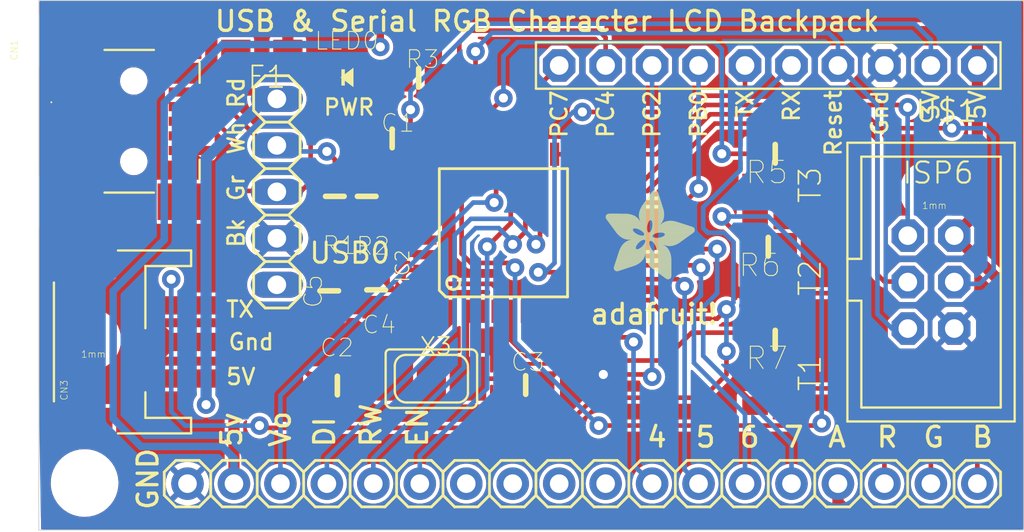
<source format=kicad_pcb>
(kicad_pcb (version 20221018) (generator pcbnew)
  (layers (0 "F.Cu" signal) (1 "In1.Cu" signal) (2 "In2.Cu" signal) (3 "In3.Cu" signal) (4 "In4.Cu" signal) (5 "In5.Cu" signal) (6 "In6.Cu" signal) (7 "In7.Cu" signal) (8 "In8.Cu" signal) (9 "In9.Cu" signal) (10 "In10.Cu" signal) (11 "In11.Cu" signal) (12 "In12.Cu" signal) (13 "In13.Cu" signal) (14 "In14.Cu" signal) (31 "B.Cu" signal) (34 "B.Paste" user) (35 "F.Paste" user) (36 "B.SilkS" user "B.Silkscreen") (37 "F.SilkS" user "F.Silkscreen") (38 "B.Mask" user) (39 "F.Mask" user) (44 "Edge.Cuts" user))
  (net 0 "")
  (net 1 "GND")
  (net 2 "N$3")
  (net 3 "N$4")
  (net 4 "+5V")
  (net 5 "MOSI")
  (net 6 "MISO")
  (net 7 "SCK")
  (net 8 "RST")
  (net 9 "N$9")
  (net 10 "N$8")
  (net 11 "+3V3")
  (net 12 "N$1")
  (net 13 "D-")
  (net 14 "D+")
  (net 15 "DB7")
  (net 16 "DB6")
  (net 17 "DB5")
  (net 18 "DB4")
  (net 19 "RW")
  (net 20 "RX")
  (net 21 "TX")
  (net 22 "N$5")
  (net 23 "N$7")
  (net 24 "N$10")
  (net 25 "RS")
  (net 26 "EN")
  (net 27 "RED")
  (net 28 "CONTRAST")
  (net 29 "PB0")
  (net 30 "PC2")
  (net 31 "PC4")
  (net 32 "PC7")
  (net 33 "N$2")
  (net 34 "N$6")
  (net 35 "N$11")
  (net 36 "GREEN")
  (net 37 "BLUE")
  (net 38 "VBUS")
  (net 39 "DB3")
  (net 40 "DB2")
  (net 41 "DB1")
  (net 42 "DB0")
  (footprint "working:TQFP32-08" (layer "F.Cu") (at 146.9771 103.2256 90)
    (fp_text reference "IC2")
    (fp_text value "AT90USB162")
  )
  (footprint "working:0805-NO" (layer "F.Cu") (at 148.1941 111.5496)
    (fp_text reference "C3")
    (fp_text value "18pF")
  )
  (footprint "working:USB-MINIB_LARGER" (layer "F.Cu") (at 125.7681 97.1296 -90)
    (fp_text reference "CN1")
    (fp_text value "miniB")
  )
  (footprint "working:FIDUCIAL-1X2.5" (layer "F.Cu") (at 170.3451 100.9396)
    (fp_text reference "FID2" hide)
    (fp_text value "FIDUCIAL1X2.5" hide)
  )
  (footprint "working:0805-NO" (layer "F.Cu") (at 161.8361 98.9076 180)
    (fp_text reference "R5")
    (fp_text value "1K")
  )
  (footprint "working:ISP6" (layer "F.Cu") (at 170.3541 105.9226 -90)
    (fp_text reference "ISP6")
    (fp_text value "PINHD-2X3THM")
  )
  (footprint "working:0805-NO" (layer "F.Cu") (at 140.8941 98.0686 180)
    (fp_text reference "C1")
    (fp_text value "10uF")
  )
  (footprint "working:JSTPH3" (layer "F.Cu") (at 126.4031 109.1946 90)
    (fp_text reference "CN3")
    (fp_text value "JST-PH-3")
  )
  (footprint "working:0805-NO" (layer "F.Cu") (at 137.7591 101.2346 -90)
    (fp_text reference "R1")
    (fp_text value "22")
  )
  (footprint "working:SOT23-BEC" (layer "F.Cu") (at 161.8361 106.5276 -90)
    (fp_text reference "T2")
    (fp_text value "MMBT222")
  )
  (footprint "working:FIDUCIAL-1X2.5" (layer "F.Cu") (at 124.3711 109.0676)
    (fp_text reference "FID1" hide)
    (fp_text value "FIDUCIAL1X2.5" hide)
  )
  (footprint "working:0805-NO" (layer "F.Cu") (at 161.8361 109.0676 180)
    (fp_text reference "R7")
    (fp_text value "1K")
  )
  (footprint "working:CHIPLED_0805_NOOUTLINE" (layer "F.Cu") (at 138.4491 94.7336 90)
    (fp_text reference "LED0")
    (fp_text value "RED")
  )
  (footprint "working:1X05" (layer "F.Cu") (at 134.5901 100.9886 -90)
    (fp_text reference "USB0")
    (fp_text value "MALE")
  )
  (footprint "working:SOT23-BEC" (layer "F.Cu") (at 161.8361 101.4476 -90)
    (fp_text reference "T3")
    (fp_text value "MMBT222")
  )
  (footprint "working:0805-NO" (layer "F.Cu") (at 139.5021 101.2346 -90)
    (fp_text reference "R2")
    (fp_text value "22")
  )
  (footprint "working:ADAFRUIT_5MM" (layer "F.Cu") (at 152.5651 105.7656)
    (fp_text reference "U$2" hide)
    (fp_text value "" hide)
  )
  (footprint "working:SOT23-BEC" (layer "F.Cu") (at 161.8361 111.7346 -90)
    (fp_text reference "T1")
    (fp_text value "MMBT222")
  )
  (footprint "working:1X18-BIG" (layer "F.Cu") (at 151.2951 116.9416)
    (fp_text reference "JP1" hide)
    (fp_text value "CHARLCD" hide)
  )
  (footprint "working:0805-NO" (layer "F.Cu") (at 140.0181 106.3466 90)
    (fp_text reference "C4")
    (fp_text value "0.1uF")
  )
  (footprint "" (layer "F.Cu") (at 124.0791 116.9066)
    (fp_text reference "@HOLE0" hide)
    (fp_text value "")
  )
  (footprint "working:0805-NO" (layer "F.Cu") (at 142.3441 94.7556)
    (fp_text reference "R3")
    (fp_text value "1K")
  )
  (footprint "working:R1206" (layer "F.Cu") (at 133.7691 93.5736 180)
    (fp_text reference "F1")
    (fp_text value "500mA")
  )
  (footprint "working:NX5032" (layer "F.Cu") (at 143.0381 111.2036)
    (fp_text reference "X3")
    (fp_text value "16MHz")
  )
  (footprint "working:0805-NO" (layer "F.Cu") (at 137.8991 111.5796 180)
    (fp_text reference "C2")
    (fp_text value "18pF")
  )
  (footprint "working:1X10-BIG" (layer "F.Cu") (at 161.4551 94.0816 180)
    (fp_text reference "U$1")
    (fp_text value "PINHD-1X10")
  )
  (footprint "working:0805-NO" (layer "F.Cu") (at 161.4551 103.9876 180)
    (fp_text reference "R6")
    (fp_text value "1K")
  )
  (footprint "working:0805-NO" (layer "F.Cu") (at 137.4521 106.4006 90)
    (fp_text reference "C5")
    (fp_text value "10uF")
  )
  (gr_line (start 121.5771 90.5256) (end 121.5771 119.4816) (stroke (width 0.05)) (layer "Edge.Cuts"))
  (gr_line (start 121.5771 119.4816) (end 175.4251 119.4816) (stroke (width 0.05)) (layer "Edge.Cuts"))
  (gr_line (start 175.4251 90.5256) (end 121.5771 90.5256) (stroke (width 0.05)) (layer "Edge.Cuts"))
  (gr_line (start 175.4251 119.4816) (end 175.4251 90.5256) (stroke (width 0.05)) (layer "Edge.Cuts"))
  (gr_text "Gnd" (at 131.8641 109.7026) (layer "F.SilkS") (effects (font (size 0.87376 0.87376) (thickness 0.14224)) (justify left bottom)))
  (gr_text "4" (at 154.7241 115.0366) (layer "F.SilkS") (effects (font (size 1.0922 1.0922) (thickness 0.1778)) (justify left bottom)))
  (gr_text "Wh" (at 132.8801 99.0346 90) (layer "F.SilkS") (effects (font (size 0.87376 0.87376) (thickness 0.14224)) (justify left bottom)))
  (gr_text "adafruit!" (at 158.7881 107.0356) (layer "F.SilkS") (effects (font (size 1.0922 1.0922) (thickness 0.1778)) (justify right top)))
  (gr_text "7" (at 162.2171 115.0366) (layer "F.SilkS") (effects (font (size 1.0922 1.0922) (thickness 0.1778)) (justify left bottom)))
  (gr_text "A" (at 164.6301 115.0366) (layer "F.SilkS") (effects (font (size 1.0922 1.0922) (thickness 0.1778)) (justify left bottom)))
  (gr_text "PC4" (at 152.0571 95.3516 90) (layer "F.SilkS") (effects (font (size 0.87376 0.87376) (thickness 0.14224)) (justify right top)))
  (gr_text "RX" (at 162.2171 95.3516 90) (layer "F.SilkS") (effects (font (size 0.87376 0.87376) (thickness 0.14224)) (justify right top)))
  (gr_text "TX" (at 131.7371 107.9246) (layer "F.SilkS") (effects (font (size 0.87376 0.87376) (thickness 0.14224)) (justify left bottom)))
  (gr_text "TX" (at 159.6771 95.3516 90) (layer "F.SilkS") (effects (font (size 0.87376 0.87376) (thickness 0.14224)) (justify right top)))
  (gr_text "EN" (at 142.9131 115.0366 90) (layer "F.SilkS") (effects (font (size 1.0922 1.0922) (thickness 0.1778)) (justify left bottom)))
  (gr_text "DI" (at 137.8331 115.0366 90) (layer "F.SilkS") (effects (font (size 1.0922 1.0922) (thickness 0.1778)) (justify left bottom)))
  (gr_text "PB0" (at 157.1371 95.3516 90) (layer "F.SilkS") (effects (font (size 0.87376 0.87376) (thickness 0.14224)) (justify right top)))
  (gr_text "Reset" (at 164.5031 95.3516 90) (layer "F.SilkS") (effects (font (size 0.87376 0.87376) (thickness 0.14224)) (justify right top)))
  (gr_text "5" (at 157.3911 115.0366) (layer "F.SilkS") (effects (font (size 1.0922 1.0922) (thickness 0.1778)) (justify left bottom)))
  (gr_text "5V" (at 131.7371 111.6076) (layer "F.SilkS") (effects (font (size 0.87376 0.87376) (thickness 0.14224)) (justify left bottom)))
  (gr_text "Gr" (at 132.8801 101.5746 90) (layer "F.SilkS") (effects (font (size 0.87376 0.87376) (thickness 0.14224)) (justify left bottom)))
  (gr_text "G" (at 169.8371 115.0366) (layer "F.SilkS") (effects (font (size 1.0922 1.0922) (thickness 0.1778)) (justify left bottom)))
  (gr_text "Rd" (at 132.8801 96.4946 90) (layer "F.SilkS") (effects (font (size 0.87376 0.87376) (thickness 0.14224)) (justify left bottom)))
  (gr_text "R" (at 167.2971 115.0366) (layer "F.SilkS") (effects (font (size 1.0922 1.0922) (thickness 0.1778)) (justify left bottom)))
  (gr_text "Bk" (at 132.8801 104.1146 90) (layer "F.SilkS") (effects (font (size 0.87376 0.87376) (thickness 0.14224)) (justify left bottom)))
  (gr_text "PWR" (at 137.0711 96.8756) (layer "F.SilkS") (effects (font (size 0.87376 0.87376) (thickness 0.14224)) (justify left bottom)))
  (gr_text "Gnd" (at 167.0431 95.3516 90) (layer "F.SilkS") (effects (font (size 0.87376 0.87376) (thickness 0.14224)) (justify right top)))
  (gr_text "3V" (at 169.8371 95.3516 90) (layer "F.SilkS") (effects (font (size 0.87376 0.87376) (thickness 0.14224)) (justify right top)))
  (gr_text "Vo" (at 135.4201 115.0366 90) (layer "F.SilkS") (effects (font (size 1.0922 1.0922) (thickness 0.1778)) (justify left bottom)))
  (gr_text "RW" (at 140.3731 115.0366 90) (layer "F.SilkS") (effects (font (size 1.0922 1.0922) (thickness 0.1778)) (justify left bottom)))
  (gr_text "B" (at 172.5041 115.0366) (layer "F.SilkS") (effects (font (size 1.0922 1.0922) (thickness 0.1778)) (justify left bottom)))
  (gr_text "PC2" (at 154.5971 95.3516 90) (layer "F.SilkS") (effects (font (size 0.87376 0.87376) (thickness 0.14224)) (justify right top)))
  (gr_text "6" (at 159.8041 115.0366) (layer "F.SilkS") (effects (font (size 1.0922 1.0922) (thickness 0.1778)) (justify left bottom)))
  (gr_text "USB & Serial RGB Character LCD Backpack" (at 131.1021 92.3036) (layer "F.SilkS") (effects (font (size 1.0922 1.0922) (thickness 0.1778)) (justify left bottom)))
  (gr_text "5V" (at 172.3771 95.3516 90) (layer "F.SilkS") (effects (font (size 0.87376 0.87376) (thickness 0.14224)) (justify right top)))
  (gr_text "GND" (at 128.1811 118.4656 90) (layer "F.SilkS") (effects (font (size 1.0922 1.0922) (thickness 0.1778)) (justify left bottom)))
  (gr_text "PC7" (at 149.5171 95.3516 90) (layer "F.SilkS") (effects (font (size 0.87376 0.87376) (thickness 0.14224)) (justify right top)))
  (gr_text "5v" (at 132.7531 115.0366 90) (layer "F.SilkS") (effects (font (size 1.0922 1.0922) (thickness 0.1778)) (justify left bottom)))
  (via (at 152.4381 110.9726) (size 1.008) (drill 0.5) (layers "F.Cu" "B.Cu") (net 1))
  (segment (start 137.8331 102.9716) (end 138.0871 103.2256) (width 0.254) (layer "F.Cu") (net 2))
  (segment (start 138.0871 103.2256) (end 140.5001 103.2256) (width 0.254) (layer "F.Cu") (net 2))
  (segment (start 141.7001 104.4256) (end 142.6845 104.4256) (width 0.254) (layer "F.Cu") (net 2))
  (segment (start 137.8331 102.3086) (end 137.8331 102.9716) (width 0.254) (layer "F.Cu") (net 2))
  (segment (start 140.5001 103.2256) (end 141.7001 104.4256) (width 0.254) (layer "F.Cu") (net 2))
  (segment (start 137.7591 102.1846) (end 137.8331 102.3086) (width 0.254) (layer "F.Cu") (net 2))
  (segment (start 141.7891 103.6256) (end 142.6845 103.6256) (width 0.254) (layer "F.Cu") (net 3))
  (segment (start 140.3731 102.2096) (end 141.7891 103.6256) (width 0.254) (layer "F.Cu") (net 3))
  (segment (start 139.5271 102.2096) (end 140.3731 102.2096) (width 0.254) (layer "F.Cu") (net 3))
  (segment (start 139.5021 102.1846) (end 139.5271 102.2096) (width 0.254) (layer "F.Cu") (net 3))
  (segment (start 135.1911 91.6436) (end 135.1911 93.5736) (width 0.6096) (layer "F.Cu") (net 4))
  (segment (start 142.6845 106.0256) (end 141.7761 106.0256) (width 0.254) (layer "F.Cu") (net 4))
  (segment (start 172.8851 94.0816) (end 172.8851 102.1216) (width 0.6096) (layer "F.Cu") (net 4))
  (segment (start 140.2461 91.4146) (end 135.4201 91.4146) (width 0.6096) (layer "F.Cu") (net 4))
  (segment (start 142.6525 105.2576) (end 142.6845 105.2256) (width 0.254) (layer "F.Cu") (net 4))
  (segment (start 135.4201 91.4146) (end 135.1911 91.6436) (width 0.6096) (layer "F.Cu") (net 4))
  (segment (start 165.2651 117.9576) (end 165.2651 116.9416) (width 0.6096) (layer "F.Cu") (net 4))
  (segment (start 141.7761 106.0256) (end 141.5161 105.7656) (width 0.254) (layer "F.Cu") (net 4))
  (segment (start 142.6905 106.0196) (end 146.3421 106.0196) (width 0.254) (layer "F.Cu") (net 4))
  (segment (start 139.9641 107.4006) (end 140.0181 107.2966) (width 0.6096) (layer "F.Cu") (net 4))
  (segment (start 132.2451 116.9416) (end 132.2451 113.3856) (width 0.6096) (layer "F.Cu") (net 4))
  (segment (start 141.7701 105.2576) (end 142.6525 105.2576) (width 0.254) (layer "F.Cu") (net 4))
  (segment (start 142.6845 106.8832) (end 142.6845 106.0256) (width 0.254) (layer "F.Cu") (net 4))
  (segment (start 143.3441 91.4646) (end 143.2941 94.7556) (width 0.6096) (layer "F.Cu") (net 4))
  (segment (start 140.0881 107.4166) (end 142.1511 107.4166) (width 0.254) (layer "F.Cu") (net 4))
  (segment (start 172.8851 102.1216) (end 171.6241 103.3826) (width 0.6096) (layer "F.Cu") (net 4))
  (segment (start 142.6845 106.0256) (end 142.6905 106.0196) (width 0.254) (layer "F.Cu") (net 4))
  (segment (start 141.5161 105.7656) (end 141.5161 105.5116) (width 0.254) (layer "F.Cu") (net 4))
  (segment (start 142.1511 107.4166) (end 142.6845 106.8832) (width 0.254) (layer "F.Cu") (net 4))
  (segment (start 140.2461 93.0656) (end 140.2461 91.4146) (width 0.4064) (layer "F.Cu") (net 4))
  (segment (start 172.8851 92.5576) (end 172.8851 94.0816) (width 0.6096) (layer "F.Cu") (net 4))
  (segment (start 140.2461 91.4146) (end 143.2941 91.4146) (width 0.6096) (layer "F.Cu") (net 4))
  (segment (start 173.6471 118.5926) (end 165.9001 118.5926) (width 0.6096) (layer "F.Cu") (net 4))
  (segment (start 140.0181 107.2966) (end 140.0881 107.4166) (width 0.254) (layer "F.Cu") (net 4))
  (segment (start 165.9001 118.5926) (end 165.2651 117.9576) (width 0.6096) (layer "F.Cu") (net 4))
  (segment (start 171.6241 103.3826) (end 174.4091 106.1676) (width 0.6096) (layer "F.Cu") (net 4))
  (segment (start 137.4681 108.1626) (end 137.4521 108.1466) (width 0.6096) (layer "F.Cu") (net 4))
  (segment (start 137.4521 107.3506) (end 139.9641 107.4006) (width 0.6096) (layer "F.Cu") (net 4))
  (segment (start 174.4091 106.1676) (end 174.4091 117.8306) (width 0.6096) (layer "F.Cu") (net 4))
  (segment (start 174.4091 117.8306) (end 173.6471 118.5926) (width 0.6096) (layer "F.Cu") (net 4))
  (segment (start 171.7421 91.4146) (end 172.8851 92.5576) (width 0.6096) (layer "F.Cu") (net 4))
  (segment (start 143.2941 91.4146) (end 143.3441 91.4646) (width 0.6096) (layer "F.Cu") (net 4))
  (segment (start 146.3421 106.0196) (end 146.5771 106.2546) (width 0.254) (layer "F.Cu") (net 4))
  (segment (start 141.5161 105.5116) (end 141.7701 105.2576) (width 0.254) (layer "F.Cu") (net 4))
  (segment (start 132.2451 113.3856) (end 137.4681 108.1626) (width 0.6096) (layer "F.Cu") (net 4))
  (segment (start 143.2941 91.4146) (end 171.7421 91.4146) (width 0.6096) (layer "F.Cu") (net 4))
  (segment (start 137.4521 108.1466) (end 137.4521 107.3506) (width 0.6096) (layer "F.Cu") (net 4))
  (segment (start 146.5771 106.2546) (end 146.5771 107.5182) (width 0.254) (layer "F.Cu") (net 4))
  (via (at 140.2461 93.0656) (size 1.008) (drill 0.5) (layers "F.Cu" "B.Cu") (net 4))
  (segment (start 131.6101 92.9386) (end 140.1191 92.9386) (width 0.4064) (layer "B.Cu") (net 4))
  (segment (start 128.4351 103.6066) (end 128.4351 96.1136) (width 0.4064) (layer "B.Cu") (net 4))
  (segment (start 127.1651 114.9096) (end 131.6101 114.9096) (width 0.4064) (layer "B.Cu") (net 4))
  (segment (start 131.6101 114.9096) (end 132.2451 115.5446) (width 0.4064) (layer "B.Cu") (net 4))
  (segment (start 125.6411 106.4006) (end 128.4351 103.6066) (width 0.4064) (layer "B.Cu") (net 4))
  (segment (start 128.4351 96.1136) (end 131.6101 92.9386) (width 0.4064) (layer "B.Cu") (net 4))
  (segment (start 125.6411 113.3856) (end 125.6411 106.4006) (width 0.4064) (layer "B.Cu") (net 4))
  (segment (start 140.1191 92.9386) (end 140.2461 93.0656) (width 0.4064) (layer "B.Cu") (net 4))
  (segment (start 127.1651 114.9096) (end 125.6411 113.3856) (width 0.4064) (layer "B.Cu") (net 4))
  (segment (start 132.2451 115.5446) (end 132.2451 116.9416) (width 0.4064) (layer "B.Cu") (net 4))
  (segment (start 166.7891 96.7486) (end 167.5511 97.5106) (width 0.254) (layer "F.Cu") (net 5))
  (segment (start 167.5511 97.5106) (end 171.4881 97.5106) (width 0.254) (layer "F.Cu") (net 5))
  (segment (start 158.2801 96.7486) (end 166.7891 96.7486) (width 0.254) (layer "F.Cu") (net 5))
  (segment (start 151.2697 100.4256) (end 154.6031 100.4256) (width 0.254) (layer "F.Cu") (net 5))
  (segment (start 154.6031 100.4256) (end 158.2801 96.7486) (width 0.254) (layer "F.Cu") (net 5))
  (via (at 171.4881 97.5106) (size 1.008) (drill 0.5) (layers "F.Cu" "B.Cu") (net 5))
  (segment (start 171.7211 106.0196) (end 171.6241 105.9226) (width 0.254) (layer "B.Cu") (net 5))
  (segment (start 173.7741 98.0186) (end 173.7741 105.2576) (width 0.254) (layer "B.Cu") (net 5))
  (segment (start 171.4881 97.5106) (end 173.2661 97.5106) (width 0.254) (layer "B.Cu") (net 5))
  (segment (start 173.0121 106.0196) (end 171.7211 106.0196) (width 0.254) (layer "B.Cu") (net 5))
  (segment (start 173.7741 105.2576) (end 173.0121 106.0196) (width 0.254) (layer "B.Cu") (net 5))
  (segment (start 173.2661 97.5106) (end 173.7741 98.0186) (width 0.254) (layer "B.Cu") (net 5))
  (segment (start 149.7771 98.933) (end 155.3337 98.933) (width 0.254) (layer "F.Cu") (net 6))
  (segment (start 158.0261 96.2406) (end 168.9481 96.2406) (width 0.254) (layer "F.Cu") (net 6))
  (segment (start 155.3337 98.933) (end 158.0261 96.2406) (width 0.254) (layer "F.Cu") (net 6))
  (segment (start 168.9481 96.2406) (end 169.0751 96.3676) (width 0.254) (layer "F.Cu") (net 6))
  (via (at 169.0751 96.3676) (size 1.008) (drill 0.5) (layers "F.Cu" "B.Cu") (net 6))
  (segment (start 169.0751 96.3676) (end 169.0751 103.3736) (width 0.254) (layer "B.Cu") (net 6))
  (segment (start 169.0751 103.3736) (end 169.0841 103.3826) (width 0.254) (layer "B.Cu") (net 6))
  (segment (start 169.0541 105.8926) (end 169.0841 105.9226) (width 0.254) (layer "F.Cu") (net 7))
  (segment (start 153.1681 101.2256) (end 153.4541 100.9396) (width 0.254) (layer "F.Cu") (net 7))
  (segment (start 167.4241 98.1456) (end 167.4241 105.5116) (width 0.254) (layer "F.Cu") (net 7))
  (segment (start 167.8051 105.8926) (end 169.0541 105.8926) (width 0.254) (layer "F.Cu") (net 7))
  (segment (start 151.2697 101.2256) (end 153.1681 101.2256) (width 0.254) (layer "F.Cu") (net 7))
  (segment (start 158.5341 97.2566) (end 166.5351 97.2566) (width 0.254) (layer "F.Cu") (net 7))
  (segment (start 154.8511 100.9396) (end 158.5341 97.2566) (width 0.254) (layer "F.Cu") (net 7))
  (segment (start 153.4541 100.9396) (end 154.8511 100.9396) (width 0.254) (layer "F.Cu") (net 7))
  (segment (start 166.5351 97.2566) (end 167.4241 98.1456) (width 0.254) (layer "F.Cu") (net 7))
  (segment (start 167.4241 105.5116) (end 167.8051 105.8926) (width 0.254) (layer "F.Cu") (net 7))
  (segment (start 144.1771 97.8976) (end 145.4531 96.6216) (width 0.254) (layer "F.Cu") (net 8))
  (segment (start 145.4531 96.6216) (end 145.4531 93.3196) (width 0.254) (layer "F.Cu") (net 8))
  (segment (start 144.1771 98.933) (end 144.1771 97.8976) (width 0.254) (layer "F.Cu") (net 8))
  (via (at 145.4531 93.3196) (size 1.008) (drill 0.5) (layers "F.Cu" "B.Cu") (net 8))
  (segment (start 165.2651 92.8116) (end 165.2651 94.0816) (width 0.254) (layer "B.Cu") (net 8))
  (segment (start 167.4241 107.6706) (end 168.2161 108.4626) (width 0.254) (layer "B.Cu") (net 8))
  (segment (start 145.4531 93.3196) (end 145.4531 93.1926) (width 0.254) (layer "B.Cu") (net 8))
  (segment (start 168.2161 108.4626) (end 169.0841 108.4626) (width 0.254) (layer "B.Cu") (net 8))
  (segment (start 146.3421 92.3036) (end 164.7571 92.3036) (width 0.254) (layer "B.Cu") (net 8))
  (segment (start 164.7571 92.3036) (end 165.2651 92.8116) (width 0.254) (layer "B.Cu") (net 8))
  (segment (start 165.2651 94.0816) (end 167.4241 96.2406) (width 0.254) (layer "B.Cu") (net 8))
  (segment (start 167.4241 96.2406) (end 167.4241 107.6706) (width 0.254) (layer "B.Cu") (net 8))
  (segment (start 145.4531 93.1926) (end 146.3421 92.3036) (width 0.254) (layer "B.Cu") (net 8))
  (segment (start 145.0381 111.2036) (end 146.8481 111.2036) (width 0.254) (layer "F.Cu") (net 9))
  (segment (start 144.9771 110.6866) (end 144.9771 107.5182) (width 0.254) (layer "F.Cu") (net 9))
  (segment (start 145.0721 111.1696) (end 145.0721 110.7186) (width 0.254) (layer "F.Cu") (net 9))
  (segment (start 145.0721 110.7186) (end 144.9451 110.5916) (width 0.254) (layer "F.Cu") (net 9))
  (segment (start 145.0721 110.7186) (end 145.0721 111.2266) (width 0.254) (layer "F.Cu") (net 9))
  (segment (start 145.0381 111.2036) (end 145.0151 111.2266) (width 0.254) (layer "F.Cu") (net 9))
  (segment (start 145.0721 110.7186) (end 145.0091 110.7186) (width 0.254) (layer "F.Cu") (net 9))
  (segment (start 145.0381 111.2036) (end 145.0721 111.1696) (width 0.254) (layer "F.Cu") (net 9))
  (segment (start 145.0611 111.2266) (end 145.0721 111.2266) (width 0.254) (layer "F.Cu") (net 9))
  (segment (start 145.0091 110.7186) (end 144.9771 110.6866) (width 0.254) (layer "F.Cu") (net 9))
  (segment (start 145.0381 111.2036) (end 145.0611 111.2266) (width 0.254) (layer "F.Cu") (net 9))
  (segment (start 146.8481 111.2036) (end 147.2441 111.5496) (width 0.254) (layer "F.Cu") (net 9))
  (segment (start 141.0381 111.2036) (end 144.1771 108.0646) (width 0.254) (layer "F.Cu") (net 10))
  (segment (start 138.8491 111.5796) (end 140.6521 111.5796) (width 0.254) (layer "F.Cu") (net 10))
  (segment (start 141.0051 111.2266) (end 141.0151 111.2266) (width 0.254) (layer "F.Cu") (net 10))
  (segment (start 140.6521 111.5796) (end 141.0051 111.2266) (width 0.254) (layer "F.Cu") (net 10))
  (segment (start 144.1771 108.0646) (end 144.1771 107.5182) (width 0.254) (layer "F.Cu") (net 10))
  (segment (start 141.0151 111.2266) (end 141.0381 111.2036) (width 0.254) (layer "F.Cu") (net 10))
  (segment (start 141.8441 98.0686) (end 141.8971 98.0656) (width 0.254) (layer "F.Cu") (net 11))
  (segment (start 141.7131 102.0256) (end 142.6845 102.0256) (width 0.254) (layer "F.Cu") (net 11))
  (segment (start 141.1351 98.8276) (end 141.8441 98.0686) (width 0.254) (layer "F.Cu") (net 11))
  (segment (start 141.1351 101.4476) (end 141.1351 98.8276) (width 0.254) (layer "F.Cu") (net 11))
  (segment (start 141.8971 98.0656) (end 141.8971 96.4946) (width 0.254) (layer "F.Cu") (net 11))
  (segment (start 141.7131 102.0256) (end 141.1351 101.4476) (width 0.254) (layer "F.Cu") (net 11))
  (via (at 141.8971 96.4946) (size 1.008) (drill 0.5) (layers "F.Cu" "B.Cu") (net 11))
  (segment (start 141.8971 96.4946) (end 141.8971 95.4786) (width 0.254) (layer "B.Cu") (net 11))
  (segment (start 169.4561 91.7956) (end 170.3451 92.6846) (width 0.254) (layer "B.Cu") (net 11))
  (segment (start 145.5801 91.7956) (end 169.4561 91.7956) (width 0.254) (layer "B.Cu") (net 11))
  (segment (start 170.3451 92.6846) (end 170.3451 94.0816) (width 0.254) (layer "B.Cu") (net 11))
  (segment (start 141.8971 95.4786) (end 145.5801 91.7956) (width 0.254) (layer "B.Cu") (net 11))
  (segment (start 141.3221 94.7336) (end 141.3941 94.7556) (width 0.254) (layer "F.Cu") (net 12))
  (segment (start 139.4991 94.7336) (end 141.3221 94.7336) (width 0.254) (layer "F.Cu") (net 12))
  (segment (start 131.8261 96.3296) (end 134.0231 98.5266) (width 0.254) (layer "F.Cu") (net 13))
  (segment (start 134.0231 98.5266) (end 134.6581 98.5266) (width 0.254) (layer "F.Cu") (net 13))
  (segment (start 134.6581 98.5166) (end 134.5901 98.4486) (width 0.254) (layer "F.Cu") (net 13))
  (segment (start 134.6581 98.5266) (end 134.6581 98.5166) (width 0.254) (layer "F.Cu") (net 13))
  (segment (start 129.8321 96.3296) (end 131.8261 96.3296) (width 0.254) (layer "F.Cu") (net 13))
  (segment (start 137.3251 98.7806) (end 137.7591 99.2146) (width 0.254) (layer "F.Cu") (net 13))
  (segment (start 137.7591 99.2146) (end 137.7591 100.2846) (width 0.254) (layer "F.Cu") (net 13))
  (via (at 137.3251 98.7806) (size 1.008) (drill 0.5) (layers "F.Cu" "B.Cu") (net 13))
  (segment (start 134.9221 98.7806) (end 137.3251 98.7806) (width 0.254) (layer "B.Cu") (net 13))
  (segment (start 134.5901 98.4486) (end 134.9221 98.7806) (width 0.254) (layer "B.Cu") (net 13))
  (segment (start 132.7531 98.6536) (end 132.7531 100.9396) (width 0.254) (layer "F.Cu") (net 14))
  (segment (start 136.8171 97.6376) (end 137.4521 97.6376) (width 0.254) (layer "F.Cu") (net 14))
  (segment (start 134.5901 100.9886) (end 134.6391 100.9396) (width 0.254) (layer "F.Cu") (net 14))
  (segment (start 136.4361 98.0186) (end 136.8171 97.6376) (width 0.254) (layer "F.Cu") (net 14))
  (segment (start 131.2291 97.1296) (end 132.7531 98.6536) (width 0.254) (layer "F.Cu") (net 14))
  (segment (start 135.9281 100.9396) (end 136.4361 100.4316) (width 0.254) (layer "F.Cu") (net 14))
  (segment (start 134.5411 100.9396) (end 134.5901 100.9886) (width 0.254) (layer "F.Cu") (net 14))
  (segment (start 136.4361 100.4316) (end 136.4361 98.0186) (width 0.254) (layer "F.Cu") (net 14))
  (segment (start 139.5021 99.6876) (end 139.5021 100.2846) (width 0.254) (layer "F.Cu") (net 14))
  (segment (start 137.4521 97.6376) (end 139.5021 99.6876) (width 0.254) (layer "F.Cu") (net 14))
  (segment (start 132.7531 100.9396) (end 134.5411 100.9396) (width 0.254) (layer "F.Cu") (net 14))
  (segment (start 134.6391 100.9396) (end 135.9281 100.9396) (width 0.254) (layer "F.Cu") (net 14))
  (segment (start 129.8321 97.1296) (end 131.2291 97.1296) (width 0.254) (layer "F.Cu") (net 14))
  (segment (start 157.0101 104.4956) (end 153.7081 104.4956) (width 0.254) (layer "F.Cu") (net 15))
  (segment (start 157.3911 104.1146) (end 157.0101 104.4956) (width 0.254) (layer "F.Cu") (net 15))
  (segment (start 158.6611 104.1146) (end 157.3911 104.1146) (width 0.254) (layer "F.Cu") (net 15))
  (segment (start 153.7081 104.4956) (end 152.8381 103.6256) (width 0.254) (layer "F.Cu") (net 15))
  (segment (start 152.8381 103.6256) (end 151.2697 103.6256) (width 0.254) (layer "F.Cu") (net 15))
  (via (at 158.6611 104.1146) (size 1.008) (drill 0.5) (layers "F.Cu" "B.Cu") (net 15))
  (segment (start 162.7251 116.9416) (end 162.7251 114.7826) (width 0.254) (layer "B.Cu") (net 15))
  (segment (start 157.8991 109.9566) (end 157.8991 107.2896) (width 0.254) (layer "B.Cu") (net 15))
  (segment (start 158.6611 106.5276) (end 158.6611 104.1146) (width 0.254) (layer "B.Cu") (net 15))
  (segment (start 157.8991 107.2896) (end 158.6611 106.5276) (width 0.254) (layer "B.Cu") (net 15))
  (segment (start 162.7251 114.7826) (end 157.8991 109.9566) (width 0.254) (layer "B.Cu") (net 15))
  (segment (start 153.4541 105.0036) (end 152.8761 104.4256) (width 0.254) (layer "F.Cu") (net 16))
  (segment (start 152.8761 104.4256) (end 151.2697 104.4256) (width 0.254) (layer "F.Cu") (net 16))
  (segment (start 157.7721 105.1306) (end 157.6451 105.0036) (width 0.254) (layer "F.Cu") (net 16))
  (segment (start 157.6451 105.0036) (end 153.4541 105.0036) (width 0.254) (layer "F.Cu") (net 16))
  (via (at 157.7721 105.1306) (size 1.008) (drill 0.5) (layers "F.Cu" "B.Cu") (net 16))
  (segment (start 160.1851 116.9416) (end 160.1851 113.1316) (width 0.254) (layer "B.Cu") (net 16))
  (segment (start 160.1851 113.1316) (end 157.3911 110.3376) (width 0.254) (layer "B.Cu") (net 16))
  (segment (start 157.3911 107.0356) (end 157.7721 106.6546) (width 0.254) (layer "B.Cu") (net 16))
  (segment (start 157.3911 110.3376) (end 157.3911 107.0356) (width 0.254) (layer "B.Cu") (net 16))
  (segment (start 157.7721 106.6546) (end 157.7721 105.1306) (width 0.254) (layer "B.Cu") (net 16))
  (segment (start 152.6601 105.2256) (end 151.2697 105.2256) (width 0.254) (layer "F.Cu") (net 17))
  (segment (start 156.8831 106.1466) (end 156.5021 105.7656) (width 0.254) (layer "F.Cu") (net 17))
  (segment (start 156.5021 105.7656) (end 153.2001 105.7656) (width 0.254) (layer "F.Cu") (net 17))
  (segment (start 153.2001 105.7656) (end 152.6601 105.2256) (width 0.254) (layer "F.Cu") (net 17))
  (via (at 156.8831 106.1466) (size 1.008) (drill 0.5) (layers "F.Cu" "B.Cu") (net 17))
  (segment (start 156.8831 116.1796) (end 157.6451 116.9416) (width 0.254) (layer "B.Cu") (net 17))
  (segment (start 156.8831 116.1796) (end 156.8831 106.1466) (width 0.254) (layer "B.Cu") (net 17))
  (segment (start 149.5171 108.9406) (end 148.9771 108.4006) (width 0.254) (layer "F.Cu") (net 18))
  (segment (start 148.9771 108.4006) (end 148.9771 107.5182) (width 0.254) (layer "F.Cu") (net 18))
  (segment (start 154.0891 109.1946) (end 153.8351 108.9406) (width 0.254) (layer "F.Cu") (net 18))
  (segment (start 153.8351 108.9406) (end 149.5171 108.9406) (width 0.254) (layer "F.Cu") (net 18))
  (via (at 154.0891 109.1946) (size 1.008) (drill 0.5) (layers "F.Cu" "B.Cu") (net 18))
  (segment (start 154.0891 115.9256) (end 154.0891 109.1946) (width 0.254) (layer "B.Cu") (net 18))
  (segment (start 154.0891 115.9256) (end 155.1051 116.9416) (width 0.254) (layer "B.Cu") (net 18))
  (segment (start 147.4851 103.8606) (end 148.1771 103.1686) (width 0.254) (layer "F.Cu") (net 19))
  (segment (start 148.1771 103.1686) (end 148.1771 98.933) (width 0.254) (layer "F.Cu") (net 19))
  (via (at 147.4851 103.8606) (size 1.008) (drill 0.5) (layers "F.Cu" "B.Cu") (net 19))
  (segment (start 139.8651 116.9416) (end 139.8651 115.5446) (width 0.254) (layer "B.Cu") (net 19))
  (segment (start 146.7231 102.9716) (end 147.4851 103.7336) (width 0.254) (layer "B.Cu") (net 19))
  (segment (start 144.8181 103.6066) (end 145.4531 102.9716) (width 0.254) (layer "B.Cu") (net 19))
  (segment (start 145.4531 102.9716) (end 146.7231 102.9716) (width 0.254) (layer "B.Cu") (net 19))
  (segment (start 147.4851 103.7336) (end 147.4851 103.8606) (width 0.254) (layer "B.Cu") (net 19))
  (segment (start 144.8181 110.5916) (end 144.8181 103.6066) (width 0.254) (layer "B.Cu") (net 19))
  (segment (start 139.8651 115.5446) (end 144.8181 110.5916) (width 0.254) (layer "B.Cu") (net 19))
  (segment (start 151.9301 112.2426) (end 157.8991 112.2426) (width 0.254) (layer "F.Cu") (net 20))
  (segment (start 157.8991 112.2426) (end 159.1691 110.9726) (width 0.254) (layer "F.Cu") (net 20))
  (segment (start 128.8161 105.7656) (end 128.8161 106.9076) (width 0.254) (layer "F.Cu") (net 20))
  (segment (start 133.7691 113.8936) (end 150.2791 113.8936) (width 0.254) (layer "F.Cu") (net 20))
  (segment (start 150.2791 113.8936) (end 151.9301 112.2426) (width 0.254) (layer "F.Cu") (net 20))
  (segment (start 159.1691 107.4166) (end 158.6611 107.9246) (width 0.254) (layer "F.Cu") (net 20))
  (segment (start 133.6421 113.7666) (end 133.7691 113.8936) (width 0.254) (layer "F.Cu") (net 20))
  (segment (start 153.0985 107.5182) (end 149.7771 107.5182) (width 0.254) (layer "F.Cu") (net 20))
  (segment (start 159.1691 110.9726) (end 159.1691 109.7026) (width 0.254) (layer "F.Cu") (net 20))
  (segment (start 158.6611 107.9246) (end 155.9941 107.9246) (width 0.254) (layer "F.Cu") (net 20))
  (segment (start 155.9941 107.9246) (end 154.9781 106.9086) (width 0.254) (layer "F.Cu") (net 20))
  (segment (start 154.9781 106.9086) (end 153.7081 106.9086) (width 0.254) (layer "F.Cu") (net 20))
  (segment (start 128.8161 106.9076) (end 129.1031 107.1946) (width 0.254) (layer "F.Cu") (net 20))
  (segment (start 153.7081 106.9086) (end 153.0985 107.5182) (width 0.254) (layer "F.Cu") (net 20))
  (via (at 159.1691 109.7026) (size 1.008) (drill 0.5) (layers "F.Cu" "B.Cu") (net 20))
  (via (at 133.6421 113.7666) (size 1.008) (drill 0.5) (layers "F.Cu" "B.Cu") (net 20))
  (via (at 159.1691 107.4166) (size 1.008) (drill 0.5) (layers "F.Cu" "B.Cu") (net 20))
  (via (at 128.8161 105.7656) (size 1.008) (drill 0.5) (layers "F.Cu" "B.Cu") (net 20))
  (segment (start 159.5501 107.0356) (end 159.5501 103.7336) (width 0.254) (layer "B.Cu") (net 20))
  (segment (start 159.9311 99.7966) (end 159.9311 96.8756) (width 0.254) (layer "B.Cu") (net 20))
  (segment (start 159.0421 103.2256) (end 158.1531 103.2256) (width 0.254) (layer "B.Cu") (net 20))
  (segment (start 159.9311 96.8756) (end 162.7251 94.0816) (width 0.254) (layer "B.Cu") (net 20))
  (segment (start 159.1691 107.4166) (end 159.5501 107.0356) (width 0.254) (layer "B.Cu") (net 20))
  (segment (start 128.8161 113.0046) (end 128.8161 105.7656) (width 0.254) (layer "B.Cu") (net 20))
  (segment (start 158.1531 103.2256) (end 157.8991 102.9716) (width 0.254) (layer "B.Cu") (net 20))
  (segment (start 157.8991 101.8286) (end 159.9311 99.7966) (width 0.254) (layer "B.Cu") (net 20))
  (segment (start 128.8161 113.0046) (end 129.5781 113.7666) (width 0.254) (layer "B.Cu") (net 20))
  (segment (start 157.8991 102.9716) (end 157.8991 101.8286) (width 0.254) (layer "B.Cu") (net 20))
  (segment (start 159.5501 103.7336) (end 159.0421 103.2256) (width 0.254) (layer "B.Cu") (net 20))
  (segment (start 129.5781 113.7666) (end 133.6421 113.7666) (width 0.254) (layer "B.Cu") (net 20))
  (segment (start 159.1691 109.7026) (end 159.1691 107.4166) (width 0.254) (layer "B.Cu") (net 20))
  (segment (start 150.4061 105.8926) (end 151.1367 105.8926) (width 0.254) (layer "F.Cu") (net 21))
  (segment (start 151.2951 96.6216) (end 156.8831 96.6216) (width 0.254) (layer "F.Cu") (net 21))
  (segment (start 159.6771 95.7326) (end 160.1851 95.2246) (width 0.254) (layer "F.Cu") (net 21))
  (segment (start 157.7721 95.7326) (end 159.6771 95.7326) (width 0.254) (layer "F.Cu") (net 21))
  (segment (start 156.8831 96.6216) (end 157.7721 95.7326) (width 0.254) (layer "F.Cu") (net 21))
  (segment (start 148.8821 105.3846) (end 149.8981 105.3846) (width 0.254) (layer "F.Cu") (net 21))
  (segment (start 149.8981 105.3846) (end 150.4061 105.8926) (width 0.254) (layer "F.Cu") (net 21))
  (segment (start 160.1851 95.2246) (end 160.1851 94.0816) (width 0.254) (layer "F.Cu") (net 21))
  (segment (start 151.1367 105.8926) (end 151.2697 106.0256) (width 0.254) (layer "F.Cu") (net 21))
  (via (at 148.8821 105.3846) (size 1.008) (drill 0.5) (layers "F.Cu" "B.Cu") (net 21))
  (via (at 151.2951 96.6216) (size 1.008) (drill 0.5) (layers "F.Cu" "B.Cu") (net 21))
  (segment (start 150.7871 96.6216) (end 151.2951 96.6216) (width 0.254) (layer "B.Cu") (net 21))
  (segment (start 149.7711 104.8766) (end 149.7711 97.6376) (width 0.254) (layer "B.Cu") (net 21))
  (segment (start 149.2631 105.3846) (end 149.7711 104.8766) (width 0.254) (layer "B.Cu") (net 21))
  (segment (start 148.8821 105.3846) (end 149.2631 105.3846) (width 0.254) (layer "B.Cu") (net 21))
  (segment (start 149.7711 97.6376) (end 150.7871 96.6216) (width 0.254) (layer "B.Cu") (net 21))
  (segment (start 160.8861 109.0676) (end 160.9471 109.0676) (width 0.254) (layer "F.Cu") (net 22))
  (segment (start 153.7081 110.2106) (end 155.7401 110.2106) (width 0.254) (layer "F.Cu") (net 22))
  (segment (start 155.7401 110.2106) (end 157.2641 108.6866) (width 0.254) (layer "F.Cu") (net 22))
  (segment (start 160.5661 109.0676) (end 160.8861 109.0676) (width 0.254) (layer "F.Cu") (net 22))
  (segment (start 160.1851 108.6866) (end 160.5661 109.0676) (width 0.254) (layer "F.Cu") (net 22))
  (segment (start 148.1771 108.6166) (end 148.1771 107.5182) (width 0.254) (layer "F.Cu") (net 22))
  (segment (start 149.0091 109.4486) (end 148.1771 108.6166) (width 0.254) (layer "F.Cu") (net 22))
  (segment (start 152.9461 109.4486) (end 153.7081 110.2106) (width 0.254) (layer "F.Cu") (net 22))
  (segment (start 157.2641 108.6866) (end 160.1851 108.6866) (width 0.254) (layer "F.Cu") (net 22))
  (segment (start 149.0091 109.4486) (end 152.9461 109.4486) (width 0.254) (layer "F.Cu") (net 22))
  (segment (start 158.9151 102.3366) (end 158.9151 102.4636) (width 0.254) (layer "F.Cu") (net 23))
  (segment (start 152.1841 113.7666) (end 164.2491 113.7666) (width 0.254) (layer "F.Cu") (net 23))
  (segment (start 144.6911 104.3686) (end 144.6911 100.9396) (width 0.254) (layer "F.Cu") (net 23))
  (segment (start 144.6911 100.9396) (end 144.1771 100.4256) (width 0.254) (layer "F.Cu") (net 23))
  (segment (start 160.4391 103.9876) (end 160.6931 104.2416) (width 0.254) (layer "F.Cu") (net 23))
  (segment (start 145.1991 104.8766) (end 144.6911 104.3686) (width 0.254) (layer "F.Cu") (net 23))
  (segment (start 160.4391 103.9876) (end 160.5051 103.9876) (width 0.254) (layer "F.Cu") (net 23))
  (segment (start 164.2491 113.7666) (end 164.3761 113.6396) (width 0.254) (layer "F.Cu") (net 23))
  (segment (start 144.1771 100.4256) (end 142.6845 100.4256) (width 0.254) (layer "F.Cu") (net 23))
  (segment (start 158.9151 102.4636) (end 160.4391 103.9876) (width 0.254) (layer "F.Cu") (net 23))
  (segment (start 147.6121 105.1306) (end 147.3581 104.8766) (width 0.254) (layer "F.Cu") (net 23))
  (segment (start 147.3581 104.8766) (end 145.1991 104.8766) (width 0.254) (layer "F.Cu") (net 23))
  (via (at 164.3761 113.6396) (size 1.008) (drill 0.5) (layers "F.Cu" "B.Cu") (net 23))
  (via (at 147.6121 105.1306) (size 1.008) (drill 0.5) (layers "F.Cu" "B.Cu") (net 23))
  (via (at 152.1841 113.7666) (size 1.008) (drill 0.5) (layers "F.Cu" "B.Cu") (net 23))
  (via (at 158.9151 102.3366) (size 1.008) (drill 0.5) (layers "F.Cu" "B.Cu") (net 23))
  (segment (start 164.3761 113.6396) (end 164.3761 105.2576) (width 0.254) (layer "B.Cu") (net 23))
  (segment (start 161.4551 102.3366) (end 158.9151 102.3366) (width 0.254) (layer "B.Cu") (net 23))
  (segment (start 147.6121 109.1946) (end 147.6121 105.1306) (width 0.254) (layer "B.Cu") (net 23))
  (segment (start 152.1841 113.7666) (end 147.6121 109.1946) (width 0.254) (layer "B.Cu") (net 23))
  (segment (start 164.3761 105.2576) (end 161.4551 102.3366) (width 0.254) (layer "B.Cu") (net 23))
  (segment (start 144.9771 97.8596) (end 146.9771 95.8596) (width 0.254) (layer "F.Cu") (net 24))
  (segment (start 158.9151 98.9076) (end 160.8861 98.9076) (width 0.254) (layer "F.Cu") (net 24))
  (segment (start 144.9771 98.933) (end 144.9771 97.8596) (width 0.254) (layer "F.Cu") (net 24))
  (via (at 146.9771 95.8596) (size 1.008) (drill 0.5) (layers "F.Cu" "B.Cu") (net 24))
  (via (at 158.9151 98.9076) (size 1.008) (drill 0.5) (layers "F.Cu" "B.Cu") (net 24))
  (segment (start 158.5341 92.8116) (end 158.9151 93.1926) (width 0.254) (layer "B.Cu") (net 24))
  (segment (start 147.7391 92.8116) (end 158.5341 92.8116) (width 0.254) (layer "B.Cu") (net 24))
  (segment (start 158.9151 93.1926) (end 158.9151 98.9076) (width 0.254) (layer "B.Cu") (net 24))
  (segment (start 146.9771 93.5736) (end 147.7391 92.8116) (width 0.254) (layer "B.Cu") (net 24))
  (segment (start 146.9771 95.8596) (end 146.9771 93.5736) (width 0.254) (layer "B.Cu") (net 24))
  (segment (start 148.7551 103.8606) (end 148.9771 103.6386) (width 0.254) (layer "F.Cu") (net 25))
  (segment (start 148.9771 103.6386) (end 148.9771 98.933) (width 0.254) (layer "F.Cu") (net 25))
  (via (at 148.7551 103.8606) (size 1.008) (drill 0.5) (layers "F.Cu" "B.Cu") (net 25))
  (segment (start 147.4851 102.4636) (end 148.7551 103.7336) (width 0.254) (layer "B.Cu") (net 25))
  (segment (start 144.3101 108.5596) (end 144.3101 103.3526) (width 0.254) (layer "B.Cu") (net 25))
  (segment (start 145.1991 102.4636) (end 147.4851 102.4636) (width 0.254) (layer "B.Cu") (net 25))
  (segment (start 148.7551 103.7336) (end 148.7551 103.8606) (width 0.254) (layer "B.Cu") (net 25))
  (segment (start 144.3101 103.3526) (end 145.1991 102.4636) (width 0.254) (layer "B.Cu") (net 25))
  (segment (start 137.3251 116.9416) (end 137.3251 115.5446) (width 0.254) (layer "B.Cu") (net 25))
  (segment (start 137.3251 115.5446) (end 144.3101 108.5596) (width 0.254) (layer "B.Cu") (net 25))
  (segment (start 147.3771 102.6986) (end 147.3771 98.933) (width 0.254) (layer "F.Cu") (net 26))
  (segment (start 146.0881 103.9876) (end 147.3771 102.6986) (width 0.254) (layer "F.Cu") (net 26))
  (via (at 146.0881 103.9876) (size 1.008) (drill 0.5) (layers "F.Cu" "B.Cu") (net 26))
  (segment (start 146.0881 111.7346) (end 146.0881 103.9876) (width 0.254) (layer "B.Cu") (net 26))
  (segment (start 142.4051 116.9416) (end 142.4051 115.4176) (width 0.254) (layer "B.Cu") (net 26))
  (segment (start 142.4051 115.4176) (end 146.0881 111.7346) (width 0.254) (layer "B.Cu") (net 26))
  (segment (start 167.8051 113.8936) (end 167.8051 116.9416) (width 0.254) (layer "F.Cu") (net 27))
  (segment (start 162.9361 111.7346) (end 165.6461 111.7346) (width 0.254) (layer "F.Cu") (net 27))
  (segment (start 165.6461 111.7346) (end 167.8051 113.8936) (width 0.254) (layer "F.Cu") (net 27))
  (segment (start 146.4691 101.5746) (end 146.5771 101.4666) (width 0.254) (layer "F.Cu") (net 28))
  (segment (start 146.5771 101.4666) (end 146.5771 98.933) (width 0.254) (layer "F.Cu") (net 28))
  (via (at 146.4691 101.5746) (size 1.008) (drill 0.5) (layers "F.Cu" "B.Cu") (net 28))
  (segment (start 134.7851 112.1156) (end 145.3261 101.5746) (width 0.254) (layer "B.Cu") (net 28))
  (segment (start 145.3261 101.5746) (end 146.4691 101.5746) (width 0.254) (layer "B.Cu") (net 28))
  (segment (start 134.7851 116.9416) (end 134.7851 112.1156) (width 0.254) (layer "B.Cu") (net 28))
  (segment (start 156.8831 101.5746) (end 157.6451 100.8126) (width 0.254) (layer "F.Cu") (net 29))
  (segment (start 153.2571 102.0256) (end 153.7081 101.5746) (width 0.254) (layer "F.Cu") (net 29))
  (segment (start 151.2697 102.0256) (end 153.2571 102.0256) (width 0.254) (layer "F.Cu") (net 29))
  (segment (start 153.7081 101.5746) (end 156.8831 101.5746) (width 0.254) (layer "F.Cu") (net 29))
  (via (at 157.6451 100.8126) (size 1.008) (drill 0.5) (layers "F.Cu" "B.Cu") (net 29))
  (segment (start 157.6451 100.8126) (end 157.6451 94.0816) (width 0.254) (layer "B.Cu") (net 29))
  (segment (start 148.2471 109.9566) (end 152.6921 109.9566) (width 0.254) (layer "F.Cu") (net 30))
  (segment (start 147.3771 109.0866) (end 147.3771 107.5182) (width 0.254) (layer "F.Cu") (net 30))
  (segment (start 154.9781 110.9726) (end 155.1051 111.0996) (width 0.254) (layer "F.Cu") (net 30))
  (segment (start 153.7081 110.9726) (end 154.9781 110.9726) (width 0.254) (layer "F.Cu") (net 30))
  (segment (start 148.2471 109.9566) (end 147.3771 109.0866) (width 0.254) (layer "F.Cu") (net 30))
  (segment (start 152.6921 109.9566) (end 153.7081 110.9726) (width 0.254) (layer "F.Cu") (net 30))
  (via (at 155.1051 111.0996) (size 1.008) (drill 0.5) (layers "F.Cu" "B.Cu") (net 30))
  (segment (start 155.1051 111.0996) (end 155.1051 94.0816) (width 0.254) (layer "B.Cu") (net 30))
  (segment (start 141.6431 99.5426) (end 141.8971 99.2886) (width 0.254) (layer "F.Cu") (net 31))
  (segment (start 142.9131 98.3996) (end 144.5641 96.7486) (width 0.254) (layer "F.Cu") (net 31))
  (segment (start 141.8971 99.2886) (end 142.7861 99.2886) (width 0.254) (layer "F.Cu") (net 31))
  (segment (start 142.7861 99.2886) (end 142.9131 99.1616) (width 0.254) (layer "F.Cu") (net 31))
  (segment (start 141.6431 101.0666) (end 141.8021 101.2256) (width 0.254) (layer "F.Cu") (net 31))
  (segment (start 144.5641 92.8116) (end 145.1991 92.1766) (width 0.254) (layer "F.Cu") (net 31))
  (segment (start 145.1991 92.1766) (end 152.1841 92.1766) (width 0.254) (layer "F.Cu") (net 31))
  (segment (start 144.5641 96.7486) (end 144.5641 92.8116) (width 0.254) (layer "F.Cu") (net 31))
  (segment (start 152.5651 92.5576) (end 152.5651 94.0816) (width 0.254) (layer "F.Cu") (net 31))
  (segment (start 141.6431 99.5426) (end 141.6431 101.0666) (width 0.254) (layer "F.Cu") (net 31))
  (segment (start 152.1841 92.1766) (end 152.5651 92.5576) (width 0.254) (layer "F.Cu") (net 31))
  (segment (start 141.8021 101.2256) (end 142.6845 101.2256) (width 0.254) (layer "F.Cu") (net 31))
  (segment (start 142.9131 99.1616) (end 142.9131 98.3996) (width 0.254) (layer "F.Cu") (net 31))
  (segment (start 146.8501 96.8756) (end 147.2311 96.8756) (width 0.254) (layer "F.Cu") (net 32))
  (segment (start 145.7771 97.9486) (end 146.8501 96.8756) (width 0.254) (layer "F.Cu") (net 32))
  (segment (start 147.2311 96.8756) (end 150.0251 94.0816) (width 0.254) (layer "F.Cu") (net 32))
  (segment (start 145.7771 98.933) (end 145.7771 97.9486) (width 0.254) (layer "F.Cu") (net 32))
  (segment (start 160.7361 110.7846) (end 162.5321 110.7846) (width 0.254) (layer "F.Cu") (net 33))
  (segment (start 162.8521 110.4646) (end 162.8521 109.0836) (width 0.254) (layer "F.Cu") (net 33))
  (segment (start 162.8521 109.0836) (end 162.7861 109.0676) (width 0.254) (layer "F.Cu") (net 33))
  (segment (start 162.5321 110.7846) (end 162.8521 110.4646) (width 0.254) (layer "F.Cu") (net 33))
  (segment (start 162.3441 104.1146) (end 162.4711 103.9876) (width 0.254) (layer "F.Cu") (net 34))
  (segment (start 162.4711 103.9876) (end 162.4051 103.9876) (width 0.254) (layer "F.Cu") (net 34))
  (segment (start 161.7701 105.5776) (end 162.3441 105.0036) (width 0.254) (layer "F.Cu") (net 34))
  (segment (start 162.3441 105.0036) (end 162.3441 104.1146) (width 0.254) (layer "F.Cu") (net 34))
  (segment (start 160.7361 105.5776) (end 161.7701 105.5776) (width 0.254) (layer "F.Cu") (net 34))
  (segment (start 162.8521 100.0506) (end 162.8521 98.9076) (width 0.254) (layer "F.Cu") (net 35))
  (segment (start 162.8521 98.9076) (end 162.7861 98.9076) (width 0.254) (layer "F.Cu") (net 35))
  (segment (start 162.4051 100.4976) (end 162.8521 100.0506) (width 0.254) (layer "F.Cu") (net 35))
  (segment (start 160.7361 100.4976) (end 162.4051 100.4976) (width 0.254) (layer "F.Cu") (net 35))
  (segment (start 165.7731 109.5756) (end 165.7731 107.1626) (width 0.254) (layer "F.Cu") (net 36))
  (segment (start 170.3451 112.3696) (end 169.3291 111.3536) (width 0.254) (layer "F.Cu") (net 36))
  (segment (start 169.3291 111.3536) (end 167.5511 111.3536) (width 0.254) (layer "F.Cu") (net 36))
  (segment (start 170.3451 116.9416) (end 170.3451 112.3696) (width 0.254) (layer "F.Cu") (net 36))
  (segment (start 165.1381 106.5276) (end 162.9361 106.5276) (width 0.254) (layer "F.Cu") (net 36))
  (segment (start 165.7731 107.1626) (end 165.1381 106.5276) (width 0.254) (layer "F.Cu") (net 36))
  (segment (start 167.5511 111.3536) (end 165.7731 109.5756) (width 0.254) (layer "F.Cu") (net 36))
  (segment (start 166.2811 109.3216) (end 166.2811 101.8286) (width 0.254) (layer "F.Cu") (net 37))
  (segment (start 172.8851 116.9416) (end 172.8851 111.9886) (width 0.254) (layer "F.Cu") (net 37))
  (segment (start 166.2811 101.8286) (end 165.9001 101.4476) (width 0.254) (layer "F.Cu") (net 37))
  (segment (start 172.8851 111.9886) (end 171.7421 110.8456) (width 0.254) (layer "F.Cu") (net 37))
  (segment (start 167.8051 110.8456) (end 166.2811 109.3216) (width 0.254) (layer "F.Cu") (net 37))
  (segment (start 171.7421 110.8456) (end 167.8051 110.8456) (width 0.254) (layer "F.Cu") (net 37))
  (segment (start 165.9001 101.4476) (end 162.9361 101.4476) (width 0.254) (layer "F.Cu") (net 37))
  (segment (start 132.2451 93.6756) (end 132.3471 93.5736) (width 0.6096) (layer "F.Cu") (net 38))
  (segment (start 132.2451 95.5296) (end 129.8321 95.5296) (width 0.4064) (layer "F.Cu") (net 38))
  (segment (start 132.2451 95.5296) (end 132.2451 93.6756) (width 0.6096) (layer "F.Cu") (net 38))
  (segment (start 134.5901 95.9086) (end 134.2111 95.5296) (width 0.4064) (layer "F.Cu") (net 38))
  (segment (start 134.2111 95.5296) (end 132.2451 95.5296) (width 0.4064) (layer "F.Cu") (net 38))
  (segment (start 129.8321 95.5296) (end 129.7811 95.4786) (width 0.4064) (layer "F.Cu") (net 38))
  (segment (start 129.1031 111.1946) (end 130.7211 111.1946) (width 0.6096) (layer "F.Cu") (net 38))
  (segment (start 130.7211 111.1946) (end 130.7211 112.6236) (width 0.6096) (layer "F.Cu") (net 38))
  (via (at 130.7211 112.6236) (size 1.008) (drill 0.5) (layers "F.Cu" "B.Cu") (net 38))
  (segment (start 134.5801 95.9086) (end 134.5901 95.9086) (width 0.6096) (layer "B.Cu") (net 38))
  (segment (start 134.0231 95.8596) (end 134.5311 95.8596) (width 0.6096) (layer "B.Cu") (net 38))
  (segment (start 134.5311 95.8596) (end 134.5801 95.9086) (width 0.6096) (layer "B.Cu") (net 38))
  (segment (start 130.7211 99.1616) (end 134.0231 95.8596) (width 0.6096) (layer "B.Cu") (net 38))
  (segment (start 130.7211 112.6236) (end 130.7211 99.1616) (width 0.6096) (layer "B.Cu") (net 38))
  (zone (net 1) (net_name "GND") (layer "F.Cu") (priority 6) (connect_pads (clearance 0.000001)) (min_thickness 0.127) (fill yes (thermal_gap 0.304) (thermal_bridge_width 0.304))
    (polygon (pts (xy 175.4251 119.6086) (xy 121.705767 119.6086) (xy 121.32141 90.5256) (xy 175.4251 90.5256)))
  )
  (zone (net 1) (net_name "GND") (layer "B.Cu") (priority 6) (connect_pads (clearance 0.000001)) (min_thickness 0.127) (fill yes (thermal_gap 0.304) (thermal_bridge_width 0.304))
    (polygon (pts (xy 175.425661 119.6086) (xy 121.706318 119.6086) (xy 121.193842 90.5256) (xy 175.297542 90.5256)))
  )
)
</source>
